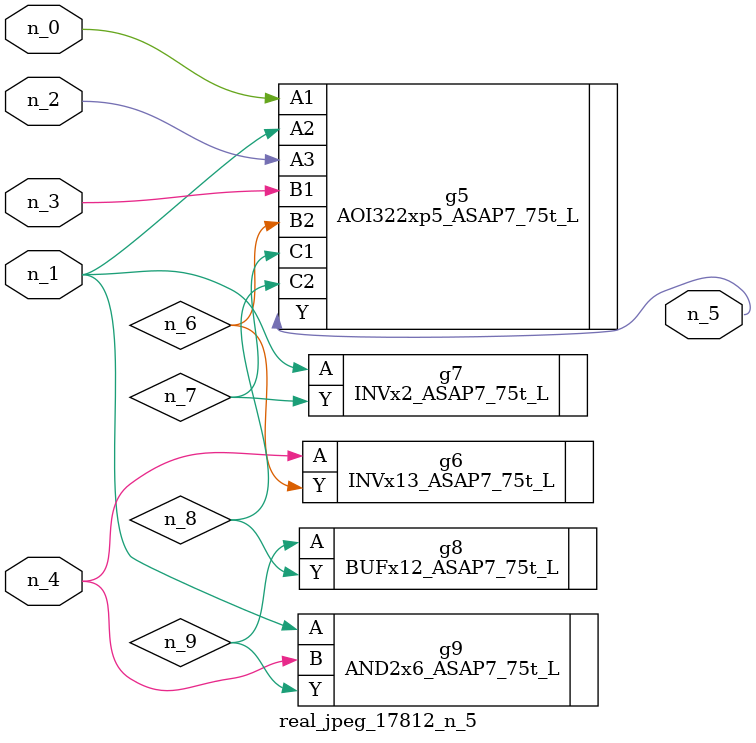
<source format=v>
module real_jpeg_17812_n_5 (n_4, n_0, n_1, n_2, n_3, n_5);

input n_4;
input n_0;
input n_1;
input n_2;
input n_3;

output n_5;

wire n_8;
wire n_6;
wire n_7;
wire n_9;

AOI322xp5_ASAP7_75t_L g5 ( 
.A1(n_0),
.A2(n_1),
.A3(n_2),
.B1(n_3),
.B2(n_6),
.C1(n_7),
.C2(n_8),
.Y(n_5)
);

INVx2_ASAP7_75t_L g7 ( 
.A(n_1),
.Y(n_7)
);

AND2x6_ASAP7_75t_L g9 ( 
.A(n_1),
.B(n_4),
.Y(n_9)
);

INVx13_ASAP7_75t_L g6 ( 
.A(n_4),
.Y(n_6)
);

BUFx12_ASAP7_75t_L g8 ( 
.A(n_9),
.Y(n_8)
);


endmodule
</source>
